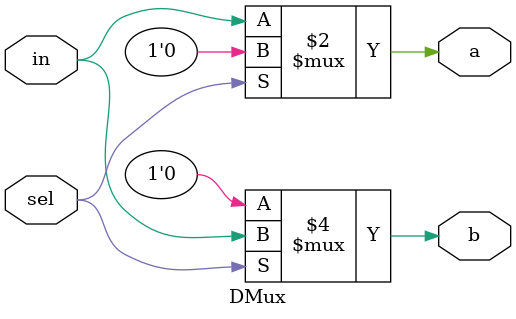
<source format=v>
module DMux (
	input in,
	input sel,
	output a,
	output b
);

assign a = (sel == 1'b0) ? in : 1'b0;
assign b = (sel == 1'b1) ? in : 1'b0;

endmodule

</source>
